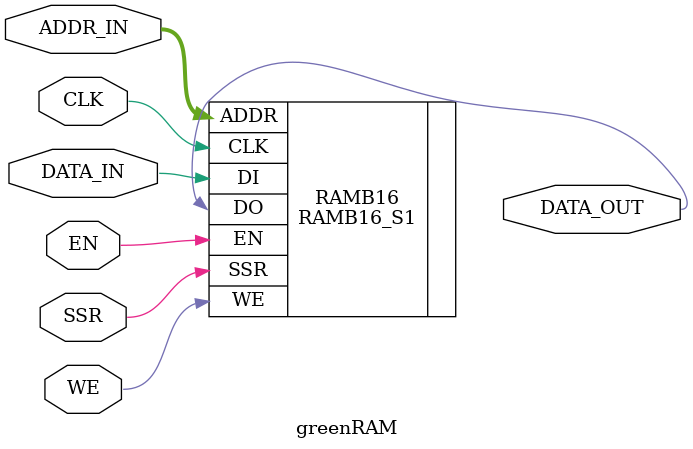
<source format=v>



`timescale 1ns / 1ps
module greenRAM(
   input CLK,
	input SSR,//reset here
	input EN,
	input WE,
	input [13:0] ADDR_IN,
	input DATA_IN,
	output DATA_OUT
);


		
/*
 - 16Kx1 VRAM memory(single-port) 

 - I create 3 instances of that module, one for each color
 to make the 128x96MEM
*/ 

   RAMB16_S1 #(
      .INIT(1'b0),  // Value of output RAM registers at startup
      .SRVAL(1'b0), // Output value upon SSR assertion
      .WRITE_MODE("READ_FIRST"), // WRITE_FIRST, READ_FIRST or NO_CHANGE

      // The following INIT_xx declarations specify the initial contents of the RAM
      /*
*************************   1st shape   ****************************************
      */		
		// Address 0 to 4095
		            
      .INIT_00(256'h00000000000000000000000000000000FFFFFFFFFFFFFFFFFFFFFFFFFFFFFFFF),//kokkino
      .INIT_01(256'h00000000000000000000000000000000FFFFFFFFFFFFFFFFFFFFFFFFFFFFFFFF),//aspro
      .INIT_02(256'h00000000000000000000000000000000FFFFFFFFFFFFFFFFFFFFFFFFFFFFFFFF),//kokkino
      .INIT_03(256'h00000000000000000000000000000000FFFFFFFFFFFFFFFFFFFFFFFFFFFFFFFF),//aspro
      .INIT_04(256'h00000000000000000000000000000000FFFFFFFFFFFFFFFFFFFFFFFFFFFFFFFF),//...
      .INIT_05(256'h00000000000000000000000000000000FFFFFFFFFFFFFFFFFFFFFFFFFFFFFFFF),
      .INIT_06(256'h00000000000000000000000000000000FFFFFFFFFFFFFFFFFFFFFFFFFFFFFFFF),
      .INIT_07(256'h00000000000000000000000000000000FFFFFFFFFFFFFFFFFFFFFFFFFFFFFFFF),
      .INIT_08(256'h00000000000000000000000000000000FFFFFFFFFFFFFFFFFFFFFFFFFFFFFFFF),
      .INIT_09(256'h00000000000000000000000000000000FFFFFFFFFFFFFFFFFFFFFFFFFFFFFFFF),
      .INIT_0A(256'h00000000000000000000000000000000FFFFFFFFFFFFFFFFFFFFFFFFFFFFFFFF),
      .INIT_0B(256'h00000000000000000000000000000000FFFFFFFFFFFFFFFFFFFFFFFFFFFFFFFF),
      /*
*************************		2nd shape   ***************************************************
		*/
		.INIT_0C(256'hFFFFFFFFFFFFFFFFFFFFFFFFFFFFFFFFFFFFFFFFFFFFFFFFFFFFFFFFFFFFFFFF),//prasino/aspro
      .INIT_0D(256'hFFFFFFFFFFFFFFFFFFFFFFFFFFFFFFFFFFFFFFFFFFFFFFFFFFFFFFFFFFFFFFFF),
      .INIT_0E(256'hFFFFFFFFFFFFFFFFFFFFFFFFFFFFFFFFFFFFFFFFFFFFFFFFFFFFFFFFFFFFFFFF),
      .INIT_0F(256'hFFFFFFFFFFFFFFFFFFFFFFFFFFFFFFFFFFFFFFFFFFFFFFFFFFFFFFFFFFFFFFFF),
      // Address 4096 to 8191
      .INIT_10(256'hFFFFFFFFFFFFFFFFFFFFFFFFFFFFFFFFFFFFFFFFFFFFFFFFFFFFFFFFFFFFFFFF),
      .INIT_11(256'hFFFFFFFFFFFFFFFFFFFFFFFFFFFFFFFFFFFFFFFFFFFFFFFFFFFFFFFFFFFFFFFF),
      .INIT_12(256'hFFFFFFFFFFFFFFFFFFFFFFFFFFFFFFFFFFFFFFFFFFFFFFFFFFFFFFFFFFFFFFFF),
      .INIT_13(256'hFFFFFFFFFFFFFFFFFFFFFFFFFFFFFFFFFFFFFFFFFFFFFFFFFFFFFFFFFFFFFFFF),
      .INIT_14(256'hFFFFFFFFFFFFFFFFFFFFFFFFFFFFFFFFFFFFFFFFFFFFFFFFFFFFFFFFFFFFFFFF),
      .INIT_15(256'hFFFFFFFFFFFFFFFFFFFFFFFFFFFFFFFFFFFFFFFFFFFFFFFFFFFFFFFFFFFFFFFF),
      .INIT_16(256'hFFFFFFFFFFFFFFFFFFFFFFFFFFFFFFFFFFFFFFFFFFFFFFFFFFFFFFFFFFFFFFFF),
      .INIT_17(256'hFFFFFFFFFFFFFFFFFFFFFFFFFFFFFFFFFFFFFFFFFFFFFFFFFFFFFFFFFFFFFFFF),
      /*
*************************   3rd shape   *****************************************************		
		*/
		.INIT_18(256'h00000000000000000000000000000000FFFFFFFFFFFFFFFFFFFFFFFFFFFFFFFF),//mple/aspro
      .INIT_19(256'h00000000000000000000000000000000FFFFFFFFFFFFFFFFFFFFFFFFFFFFFFFF),
      .INIT_1A(256'h00000000000000000000000000000000FFFFFFFFFFFFFFFFFFFFFFFFFFFFFFFF),
      .INIT_1B(256'h00000000000000000000000000000000FFFFFFFFFFFFFFFFFFFFFFFFFFFFFFFF),
      .INIT_1C(256'h00000000000000000000000000000000FFFFFFFFFFFFFFFFFFFFFFFFFFFFFFFF),
      .INIT_1D(256'h00000000000000000000000000000000FFFFFFFFFFFFFFFFFFFFFFFFFFFFFFFF),
      .INIT_1E(256'h00000000000000000000000000000000FFFFFFFFFFFFFFFFFFFFFFFFFFFFFFFF),
      .INIT_1F(256'h00000000000000000000000000000000FFFFFFFFFFFFFFFFFFFFFFFFFFFFFFFF),
      // Address 8192 to 12287
      .INIT_20(256'h00000000000000000000000000000000FFFFFFFFFFFFFFFFFFFFFFFFFFFFFFFF),
      .INIT_21(256'h00000000000000000000000000000000FFFFFFFFFFFFFFFFFFFFFFFFFFFFFFFF),
      .INIT_22(256'h00000000000000000000000000000000FFFFFFFFFFFFFFFFFFFFFFFFFFFFFFFF),
      .INIT_23(256'h00000000000000000000000000000000FFFFFFFFFFFFFFFFFFFFFFFFFFFFFFFF),
      /*
*************************   4th shape   ****************************************************
        1100_1111_1100...C_F_C_F_C_F
		  (prasino-mple-aspro-aspro-aspro-kokkino)*
		          C          F           C  
		*/		                                          
		.INIT_24(256'h00000000000000000000000000000000_CFCFCFCFCFCFCFCFCFCFCFCFCFCFCFCF),//poluxroma
      .INIT_25(256'hCFCFCFCFCFCFCFCFCFCFCFCFCFCFCFCF_CFCFCFCFCFCFCFCFCFCFCFCFCFCFCFCF),
      .INIT_26(256'hCFCFCFCFCFCFCFCFCFCFCFCFCFCFCFCF_CFCFCFCFCFCFCFCFCFCFCFCFCFCFCFCF),
      .INIT_27(256'hCFCFCFCFCFCFCFCFCFCFCFCFCFCFCFCF_CFCFCFCFCFCFCFCFCFCFCFCFCFCFCFCF),
      .INIT_28(256'hCFCFCFCFCFCFCFCFCFCFCFCFCFCFCFCF_CFCFCFCFCFCFCFCFCFCFCFCFCFCFCFCF),
      .INIT_29(256'hCFCFCFCFCFCFCFCFCFCFCFCFCFCFCFCF_CFCFCFCFCFCFCFCFCFCFCFCFCFCFCFCF),
      .INIT_2A(256'hCFCFCFCFCFCFCFCFCFCFCFCFCFCFCFCF_CFCFCFCFCFCFCFCFCFCFCFCFCFCFCFCF),
      .INIT_2B(256'hCFCFCFCFCFCFCFCFCFCFCFCFCFCFCFCF_CFCFCFCFCFCFCFCFCFCFCFCFCFCFCFCF),
      .INIT_2C(256'hCFCFCFCFCFCFCFCFCFCFCFCFCFCFCFCF_CFCFCFCFCFCFCFCFCFCFCFCFCFCFCFCF),
      .INIT_2D(256'hCFCFCFCFCFCFCFCFCFCFCFCFCFCFCFCF_CFCFCFCFCFCFCFCFCFCFCFCFCFCFCFCF),
      .INIT_2E(256'hCFCFCFCFCFCFCFCFCFCFCFCFCFCFCFCF_CFCFCFCFCFCFCFCFCFCFCFCFCFCFCFCF),
      .INIT_2F(256'hCFCFCFCFCFCFCFCFCFCFCFCFCFCFCFCF_00000000000000000000000000000000),
      // Address 12288 to 16383
		 /*
*************************   NO MORE MEMORY   ****************************************************
      */		
		
      .INIT_30(256'h0000000000000000000000000000000000000000000000000000000000000000),//mia mavri grammi edw
      .INIT_31(256'hF0F0FFF0F0FFF0F0FFF0F0FFF0F0FFF0F0FFF0F0FFF0F0FFF0F0FFF0F0FFF0F0),
      .INIT_32(256'hF0F0FFF0F0FFF0F0FFF0F0FFF0F0FFF0F0FFF0F0FFF0F0FFF0F0FFF0F0FFF0F0),
      .INIT_33(256'hF0F0FFF0F0FFF0F0FFF0F0FFF0F0FFF0F0FFF0F0FFF0F0FFF0F0FFF0F0FFF0F0),
      .INIT_34(256'hF0F0FFF0F0FFF0F0FFF0F0FFF0F0FFF0F0FFF0F0FFF0F0FFF0F0FFF0F0FFF0F0),
      .INIT_35(256'hF0F0FFF0F0FFF0F0FFF0F0FFF0F0FFF0F0FFF0F0FFF0F0FFF0F0FFF0F0FFF0F0),
      .INIT_36(256'hF0F0FFF0F0FFF0F0FFF0F0FFF0F0FFF0F0FFF0F0FFF0F0FFF0F0FFF0F0FFF0F0),
      .INIT_37(256'hF0F0FFF0F0FFF0F0FFF0F0FFF0F0FFF0F0FFF0F0FFF0F0FFF0F0FFF0F0FFF0F0),
      .INIT_38(256'hF0F0FFF0F0FFF0F0FFF0F0FFF0F0FFF0F0FFF0F0FFF0F0FFF0F0FFF0F0FFF0F0),
      .INIT_39(256'hF0F0FFF0F0FFF0F0FFF0F0FFF0F0FFF0F0FFF0F0FFF0F0FFF0F0FFF0F0FFF0F0),
      .INIT_3A(256'hF0F0FFF0F0FFF0F0FFF0F0FFF0F0FFF0F0FFF0F0FFF0F0FFF0F0FFF0F0FFF0F0),
      .INIT_3B(256'hF0F0FFF0F0FFF0F0FFF0F0FFF0F0FFF0F0FFF0F0FFF0F0FFF0F0FFF0F0FFF0F0),
      .INIT_3C(256'hF0F0FFF0F0FFF0F0FFF0F0FFF0F0FFF0F0FFF0F0FFF0F0FFF0F0FFF0F0FFF0F0),
      .INIT_3D(256'hF0F0FFF0F0FFF0F0FFF0F0FFF0F0FFF0F0FFF0F0FFF0F0FFF0F0FFF0F0FFF0F0),
      .INIT_3E(256'hF0F0FFF0F0FFF0F0FFF0F0FFF0F0FFF0F0FFF0F0FFF0F0FFF0F0FFF0F0FFF0F0),
      .INIT_3F(256'hF0F0FFF0F0FFF0F0FFF0F0FFF0F0FFF0F0FFF0F0FFF0F0FFF0F0FFF0F0FFF0F0)
   ) RAMB16 (
      .DO(DATA_OUT),      // 1-bit Data Output
      .ADDR(ADDR_IN),  // 14-bit Address Input
      .CLK(CLK),    // Clock
      .DI(DATA_IN),      // 1-bit Data Input
      .EN(EN),      // RAM Enable Input
      .SSR(SSR),    // Synchronous Set/Reset Input
      .WE(WE)       // Write Enable Input   );
   );


endmodule

</source>
